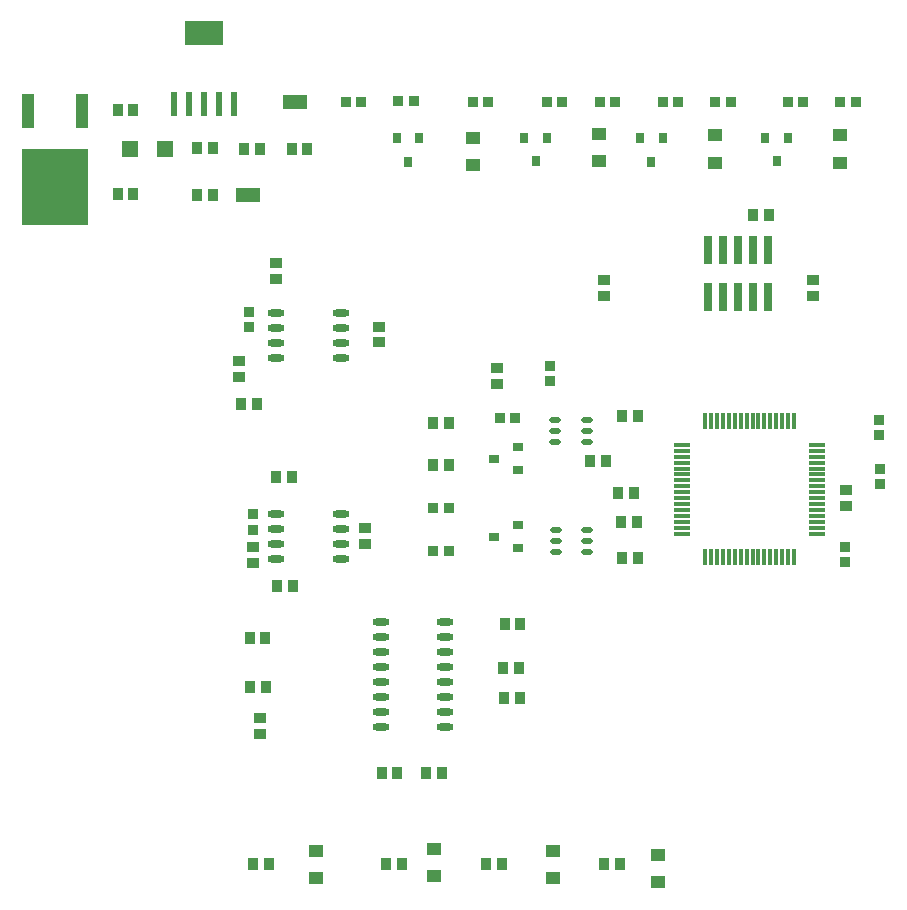
<source format=gtp>
%FSLAX23Y23*%
%MOIN*%
%SFA1B1*%

%IPPOS*%
%ADD18R,0.029920X0.094490*%
%ADD19R,0.053150X0.011810*%
%ADD20R,0.011810X0.053150*%
%ADD21O,0.057090X0.023620*%
%ADD22O,0.039370X0.019680*%
%ADD23R,0.023620X0.082680*%
%ADD24R,0.125980X0.082680*%
%ADD25R,0.080710X0.045280*%
%ADD26R,0.037400X0.033470*%
%ADD27R,0.033470X0.037400*%
%ADD28R,0.039370X0.118110*%
%ADD29R,0.218500X0.251970*%
%ADD30R,0.031500X0.035430*%
%ADD31R,0.051180X0.043310*%
%ADD32R,0.035430X0.031500*%
%ADD33R,0.053150X0.057090*%
%ADD34R,0.035430X0.039370*%
%ADD35R,0.039370X0.035430*%
%LNvcu-1*%
%LPD*%
G54D18*
X2502Y3035D03*
Y3189D03*
X2552Y3035D03*
Y3189D03*
X2602Y3035D03*
Y3189D03*
X2652Y3035D03*
Y3189D03*
X2702Y3035D03*
Y3189D03*
G54D19*
X2415Y2540D03*
Y2520D03*
Y2501D03*
Y2481D03*
Y2461D03*
Y2442D03*
Y2422D03*
Y2402D03*
Y2383D03*
Y2363D03*
Y2343D03*
Y2324D03*
Y2304D03*
Y2284D03*
Y2265D03*
Y2245D03*
X2868D03*
Y2265D03*
Y2284D03*
Y2304D03*
Y2324D03*
Y2343D03*
Y2363D03*
Y2383D03*
Y2402D03*
Y2422D03*
Y2442D03*
Y2461D03*
Y2481D03*
Y2501D03*
Y2520D03*
Y2540D03*
G54D20*
X2494Y2166D03*
X2514D03*
X2534D03*
X2553D03*
X2573D03*
X2593D03*
X2612D03*
X2632D03*
X2652D03*
X2671D03*
X2691D03*
X2711D03*
X2730D03*
X2750D03*
X2770D03*
X2789D03*
Y2619D03*
X2770D03*
X2750D03*
X2730D03*
X2711D03*
X2691D03*
X2671D03*
X2652D03*
X2632D03*
X2612D03*
X2593D03*
X2573D03*
X2553D03*
X2534D03*
X2514D03*
X2494D03*
G54D21*
X1627Y1600D03*
Y1650D03*
Y1700D03*
Y1750D03*
Y1800D03*
Y1850D03*
Y1900D03*
Y1950D03*
X1413Y1600D03*
Y1650D03*
Y1700D03*
Y1750D03*
Y1800D03*
Y1850D03*
Y1900D03*
Y1950D03*
X1064Y2981D03*
Y2931D03*
Y2881D03*
Y2831D03*
X1279Y2981D03*
Y2931D03*
Y2881D03*
Y2831D03*
X1064Y2309D03*
Y2259D03*
Y2209D03*
Y2159D03*
X1279Y2309D03*
Y2259D03*
Y2209D03*
Y2159D03*
G54D22*
X1994Y2624D03*
Y2586D03*
Y2549D03*
X2100Y2624D03*
Y2586D03*
Y2549D03*
X1995Y2258D03*
Y2221D03*
Y2184D03*
X2101Y2258D03*
Y2221D03*
Y2184D03*
G54D23*
X724Y3677D03*
X774D03*
X824D03*
X874D03*
X924D03*
G54D24*
X824Y3912D03*
G54D25*
X1128Y3682D03*
X970Y3372D03*
G54D26*
X3074Y2572D03*
Y2624D03*
X2960Y2150D03*
Y2201D03*
X3075Y2410D03*
Y2461D03*
X1975Y2753D03*
Y2805D03*
X972Y2984D03*
Y2933D03*
X987Y2309D03*
Y2258D03*
G54D27*
X1965Y3685D03*
X2016D03*
X2142D03*
X2193D03*
X2770D03*
X2821D03*
X2944D03*
X2996D03*
X2352D03*
X2403D03*
X2528D03*
X2579D03*
X1295D03*
X1346D03*
X1522Y3686D03*
X1471D03*
X1719Y3685D03*
X1770D03*
X1810Y2631D03*
X1861D03*
X1588Y2188D03*
X1639D03*
X1588Y2330D03*
X1639D03*
G54D28*
X416Y3654D03*
X235D03*
G54D29*
X326Y3401D03*
G54D30*
X2732Y3487D03*
X2694Y3565D03*
X2769D03*
X2314Y3484D03*
X2277Y3563D03*
X2352D03*
X1929Y3487D03*
X1891Y3565D03*
X1966D03*
X1503Y3484D03*
X1466Y3562D03*
X1541D03*
G54D31*
X2141Y3488D03*
Y3578D03*
X2335Y1084D03*
Y1175D03*
X1591Y1102D03*
Y1193D03*
X1198Y1097D03*
Y1187D03*
X1985Y1097D03*
Y1187D03*
X2944Y3481D03*
Y3572D03*
X2527Y3481D03*
Y3572D03*
X1719Y3473D03*
Y3564D03*
G54D32*
X1791Y2495D03*
X1870Y2532D03*
Y2457D03*
X1791Y2235D03*
X1870Y2272D03*
Y2197D03*
G54D33*
X693Y3527D03*
X576D03*
G54D34*
X588Y3376D03*
X535D03*
X2111Y2487D03*
X2164D03*
X2652Y3307D03*
X2705D03*
X2213Y2283D03*
X2266D03*
X2204Y2379D03*
X2257D03*
X1468Y1448D03*
X1415D03*
X1564D03*
X1618D03*
X2270Y2637D03*
X2217D03*
X2270Y2165D03*
X2217D03*
X1062Y2433D03*
X1116D03*
X1115Y3526D03*
X1168D03*
X853Y3530D03*
X800D03*
X987Y1142D03*
X1040D03*
X1815D03*
X1762D03*
X1823Y1698D03*
X1876D03*
X1819Y1798D03*
X1872D03*
X1640Y2472D03*
X1587D03*
X799Y3374D03*
X853D03*
X957Y3527D03*
X1010D03*
X535Y3657D03*
X588D03*
X948Y2676D03*
X1001D03*
X1030Y1732D03*
X977D03*
X1028Y1898D03*
X975D03*
X1120Y2070D03*
X1067D03*
X1825Y1944D03*
X1878D03*
X1640Y2614D03*
X1587D03*
X1482Y1143D03*
X1429D03*
X2209Y1142D03*
X2155D03*
G54D35*
X2964Y2338D03*
Y2391D03*
X1062Y3093D03*
Y3146D03*
X1405Y2882D03*
Y2935D03*
X1361Y2209D03*
Y2262D03*
X1010Y1631D03*
Y1578D03*
X941Y2820D03*
Y2767D03*
X1801Y2744D03*
Y2797D03*
X988Y2200D03*
Y2147D03*
X2852Y3089D03*
Y3036D03*
X2158Y3089D03*
Y3036D03*
M02*
</source>
